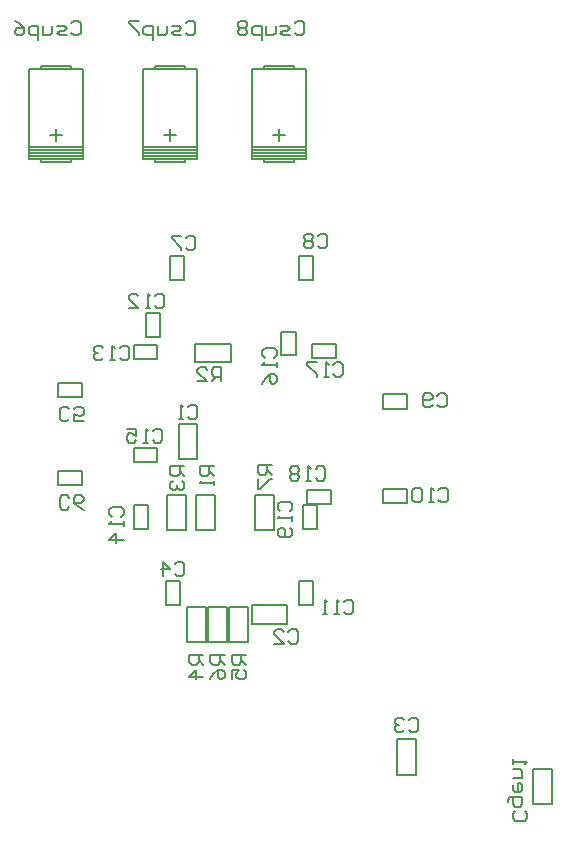
<source format=gbo>
%FSAX43Y43*%
%MOMM*%
G71*
G01*
G75*
G04 Layer_Color=32896*
%ADD10C,0.175*%
G04:AMPARAMS|DCode=11|XSize=0.8mm|YSize=1mm|CornerRadius=0.08mm|HoleSize=0mm|Usage=FLASHONLY|Rotation=180.000|XOffset=0mm|YOffset=0mm|HoleType=Round|Shape=RoundedRectangle|*
%AMROUNDEDRECTD11*
21,1,0.800,0.840,0,0,180.0*
21,1,0.640,1.000,0,0,180.0*
1,1,0.160,-0.320,0.420*
1,1,0.160,0.320,0.420*
1,1,0.160,0.320,-0.420*
1,1,0.160,-0.320,-0.420*
%
%ADD11ROUNDEDRECTD11*%
G04:AMPARAMS|DCode=12|XSize=0.8mm|YSize=1mm|CornerRadius=0.08mm|HoleSize=0mm|Usage=FLASHONLY|Rotation=90.000|XOffset=0mm|YOffset=0mm|HoleType=Round|Shape=RoundedRectangle|*
%AMROUNDEDRECTD12*
21,1,0.800,0.840,0,0,90.0*
21,1,0.640,1.000,0,0,90.0*
1,1,0.160,0.420,0.320*
1,1,0.160,0.420,-0.320*
1,1,0.160,-0.420,-0.320*
1,1,0.160,-0.420,0.320*
%
%ADD12ROUNDEDRECTD12*%
%ADD13R,0.762X2.540*%
%ADD14R,3.048X3.048*%
%ADD15O,6.000X2.100*%
%ADD16O,6.000X2.100*%
%ADD17O,1.270X0.762*%
%ADD18R,1.270X0.762*%
%ADD19R,2.108X1.270*%
G04:AMPARAMS|DCode=20|XSize=2.108mm|YSize=1.27mm|CornerRadius=0mm|HoleSize=0mm|Usage=FLASHONLY|Rotation=180.000|XOffset=0mm|YOffset=0mm|HoleType=Round|Shape=Octagon|*
%AMOCTAGOND20*
4,1,8,-1.054,0.318,-1.054,-0.318,-0.737,-0.635,0.737,-0.635,1.054,-0.318,1.054,0.318,0.737,0.635,-0.737,0.635,-1.054,0.318,0.0*
%
%ADD20OCTAGOND20*%

%ADD21R,4.300X4.300*%
%ADD22O,0.300X1.800*%
%ADD23O,1.800X0.300*%
%ADD24R,1.650X0.300*%
%ADD25C,0.254*%
%ADD26C,0.500*%
%ADD27C,1.000*%
%ADD28C,0.200*%
%ADD29C,0.400*%
%ADD30C,1.524*%
%ADD31C,0.300*%
%ADD32R,1.850X1.850*%
%ADD33C,1.850*%
%ADD34C,2.438*%
%ADD35C,1.575*%
%ADD36R,1.575X1.575*%
%ADD37R,1.000X1.000*%
%ADD38C,1.000*%
%ADD39C,1.200*%
%ADD40C,1.300*%
%ADD41C,0.800*%
%ADD42C,0.660*%
G04:AMPARAMS|DCode=43|XSize=0.4mm|YSize=0.6mm|CornerRadius=0.04mm|HoleSize=0mm|Usage=FLASHONLY|Rotation=90.000|XOffset=0mm|YOffset=0mm|HoleType=Round|Shape=RoundedRectangle|*
%AMROUNDEDRECTD43*
21,1,0.400,0.520,0,0,90.0*
21,1,0.320,0.600,0,0,90.0*
1,1,0.080,0.260,0.160*
1,1,0.080,0.260,-0.160*
1,1,0.080,-0.260,-0.160*
1,1,0.080,-0.260,0.160*
%
%ADD43ROUNDEDRECTD43*%
G04:AMPARAMS|DCode=44|XSize=0.4mm|YSize=0.6mm|CornerRadius=0.04mm|HoleSize=0mm|Usage=FLASHONLY|Rotation=180.000|XOffset=0mm|YOffset=0mm|HoleType=Round|Shape=RoundedRectangle|*
%AMROUNDEDRECTD44*
21,1,0.400,0.520,0,0,180.0*
21,1,0.320,0.600,0,0,180.0*
1,1,0.080,-0.160,0.260*
1,1,0.080,0.160,0.260*
1,1,0.080,0.160,-0.260*
1,1,0.080,-0.160,-0.260*
%
%ADD44ROUNDEDRECTD44*%
%ADD45C,0.250*%
%ADD46C,0.600*%
%ADD47C,0.203*%
%ADD48C,0.305*%
G04:AMPARAMS|DCode=49|XSize=1.003mm|YSize=1.203mm|CornerRadius=0.182mm|HoleSize=0mm|Usage=FLASHONLY|Rotation=180.000|XOffset=0mm|YOffset=0mm|HoleType=Round|Shape=RoundedRectangle|*
%AMROUNDEDRECTD49*
21,1,1.003,0.840,0,0,180.0*
21,1,0.640,1.203,0,0,180.0*
1,1,0.363,-0.320,0.420*
1,1,0.363,0.320,0.420*
1,1,0.363,0.320,-0.420*
1,1,0.363,-0.320,-0.420*
%
%ADD49ROUNDEDRECTD49*%
G04:AMPARAMS|DCode=50|XSize=1.003mm|YSize=1.203mm|CornerRadius=0.182mm|HoleSize=0mm|Usage=FLASHONLY|Rotation=90.000|XOffset=0mm|YOffset=0mm|HoleType=Round|Shape=RoundedRectangle|*
%AMROUNDEDRECTD50*
21,1,1.003,0.840,0,0,90.0*
21,1,0.640,1.203,0,0,90.0*
1,1,0.363,0.420,0.320*
1,1,0.363,0.420,-0.320*
1,1,0.363,-0.420,-0.320*
1,1,0.363,-0.420,0.320*
%
%ADD50ROUNDEDRECTD50*%
%ADD51R,0.965X2.743*%
%ADD52R,3.251X3.251*%
%ADD53O,6.203X2.303*%
%ADD54O,6.203X2.303*%
%ADD55O,1.473X0.965*%
%ADD56R,1.473X0.965*%
%ADD57R,2.311X1.473*%
G04:AMPARAMS|DCode=58|XSize=2.311mm|YSize=1.473mm|CornerRadius=0mm|HoleSize=0mm|Usage=FLASHONLY|Rotation=180.000|XOffset=0mm|YOffset=0mm|HoleType=Round|Shape=Octagon|*
%AMOCTAGOND58*
4,1,8,-1.156,0.368,-1.156,-0.368,-0.787,-0.737,0.787,-0.737,1.156,-0.368,1.156,0.368,0.787,0.737,-0.787,0.737,-1.156,0.368,0.0*
%
%ADD58OCTAGOND58*%

%ADD59R,4.503X4.503*%
%ADD60O,0.503X2.003*%
%ADD61O,2.003X0.503*%
%ADD62R,1.853X0.503*%
%ADD63R,2.053X2.053*%
%ADD64C,2.053*%
%ADD65C,2.642*%
%ADD66C,1.778*%
%ADD67R,1.778X1.778*%
%ADD68R,1.203X1.203*%
%ADD69C,1.203*%
%ADD70C,1.403*%
%ADD71C,1.503*%
%ADD72C,1.003*%
G04:AMPARAMS|DCode=73|XSize=0.603mm|YSize=0.803mm|CornerRadius=0.142mm|HoleSize=0mm|Usage=FLASHONLY|Rotation=90.000|XOffset=0mm|YOffset=0mm|HoleType=Round|Shape=RoundedRectangle|*
%AMROUNDEDRECTD73*
21,1,0.603,0.520,0,0,90.0*
21,1,0.320,0.803,0,0,90.0*
1,1,0.283,0.260,0.160*
1,1,0.283,0.260,-0.160*
1,1,0.283,-0.260,-0.160*
1,1,0.283,-0.260,0.160*
%
%ADD73ROUNDEDRECTD73*%
G04:AMPARAMS|DCode=74|XSize=0.603mm|YSize=0.803mm|CornerRadius=0.142mm|HoleSize=0mm|Usage=FLASHONLY|Rotation=180.000|XOffset=0mm|YOffset=0mm|HoleType=Round|Shape=RoundedRectangle|*
%AMROUNDEDRECTD74*
21,1,0.603,0.520,0,0,180.0*
21,1,0.320,0.803,0,0,180.0*
1,1,0.283,-0.160,0.260*
1,1,0.283,0.160,0.260*
1,1,0.283,0.160,-0.260*
1,1,0.283,-0.160,-0.260*
%
%ADD74ROUNDEDRECTD74*%
%ADD75C,0.863*%
D28*
X0073200Y0076600D02*
Y0079600D01*
Y0076600D02*
X0074800D01*
Y0079600D01*
X0073200D02*
X0074800D01*
X0082300Y0076600D02*
Y0079600D01*
X0080700D02*
X0082300D01*
X0080700Y0076600D02*
Y0079600D01*
Y0076600D02*
X0082300D01*
X0075700Y0076600D02*
Y0079600D01*
Y0076600D02*
X0077300D01*
Y0079600D01*
X0075700D02*
X0077300D01*
X0075600Y0090800D02*
X0078600D01*
Y0092400D01*
X0075600D02*
X0078600D01*
X0075600Y0090800D02*
Y0092400D01*
X0084700Y0076700D02*
X0085900D01*
X0084700D02*
Y0078700D01*
X0085900Y0076700D02*
Y0078700D01*
X0084700D02*
X0085900D01*
X0084400Y0072300D02*
X0085600D01*
Y0070300D02*
Y0072300D01*
X0084400Y0070300D02*
Y0072300D01*
Y0070300D02*
X0085600D01*
X0087100Y0078800D02*
Y0080000D01*
X0085100Y0078800D02*
X0087100D01*
X0085100Y0080000D02*
X0087100D01*
X0085100Y0078800D02*
Y0080000D01*
X0091500Y0078900D02*
Y0080100D01*
X0093500D01*
X0091500Y0078900D02*
X0093500D01*
Y0080100D01*
X0087500Y0091200D02*
Y0092400D01*
X0085500Y0091200D02*
X0087500D01*
X0085500Y0092400D02*
X0087500D01*
X0085500Y0091200D02*
Y0092400D01*
X0091500Y0086900D02*
Y0088100D01*
X0093500D01*
X0091500Y0086900D02*
X0093500D01*
Y0088100D01*
X0082900Y0093400D02*
X0084100D01*
Y0091400D02*
Y0093400D01*
X0082900Y0091400D02*
Y0093400D01*
Y0091400D02*
X0084100D01*
X0084400Y0097800D02*
X0085600D01*
X0084400D02*
Y0099800D01*
X0085600Y0097800D02*
Y0099800D01*
X0084400D02*
X0085600D01*
X0070400Y0082400D02*
Y0083600D01*
X0072400D01*
X0070400Y0082400D02*
X0072400D01*
Y0083600D01*
X0073500Y0097800D02*
X0074700D01*
X0073500D02*
Y0099800D01*
X0074700Y0097800D02*
Y0099800D01*
X0073500D02*
X0074700D01*
X0070400Y0076700D02*
X0071600D01*
X0070400D02*
Y0078700D01*
X0071600Y0076700D02*
Y0078700D01*
X0070400D02*
X0071600D01*
X0066000Y0080400D02*
Y0081600D01*
X0064000Y0080400D02*
X0066000D01*
X0064000Y0081600D02*
X0066000D01*
X0064000Y0080400D02*
Y0081600D01*
X0070400Y0091100D02*
Y0092300D01*
X0072400D01*
X0070400Y0091100D02*
X0072400D01*
Y0092300D01*
X0066000Y0087900D02*
Y0089100D01*
X0064000Y0087900D02*
X0066000D01*
X0064000Y0089100D02*
X0066000D01*
X0064000Y0087900D02*
Y0089100D01*
X0071400Y0093000D02*
X0072600D01*
X0071400D02*
Y0095000D01*
X0072600Y0093000D02*
Y0095000D01*
X0071400D02*
X0072600D01*
X0073100Y0072300D02*
X0074300D01*
Y0070300D02*
Y0072300D01*
X0073100Y0070300D02*
Y0072300D01*
Y0070300D02*
X0074300D01*
X0078300Y0067100D02*
Y0070100D01*
X0076700D02*
X0078300D01*
X0076700Y0067100D02*
Y0070100D01*
Y0067100D02*
X0078300D01*
X0080100Y0067100D02*
Y0070100D01*
X0078500D02*
X0080100D01*
X0078500Y0067100D02*
Y0070100D01*
Y0067100D02*
X0080100D01*
X0076500Y0067100D02*
Y0070100D01*
X0074900D02*
X0076500D01*
X0074900Y0067100D02*
Y0070100D01*
Y0067100D02*
X0076500D01*
X0074200Y0082600D02*
Y0085600D01*
Y0082600D02*
X0075800D01*
Y0085600D01*
X0074200D02*
X0075800D01*
X0104200Y0053400D02*
Y0056400D01*
Y0053400D02*
X0105800D01*
Y0056400D01*
X0104200D02*
X0105800D01*
X0080400Y0070300D02*
X0083400D01*
X0080400Y0068700D02*
Y0070300D01*
Y0068700D02*
X0083400D01*
Y0070300D01*
X0094300Y0055900D02*
Y0058900D01*
X0092700D02*
X0094300D01*
X0092700Y0055900D02*
Y0058900D01*
Y0055900D02*
X0094300D01*
X0075000Y0087000D02*
X0075200Y0087200D01*
X0075600D01*
X0075800Y0087000D01*
Y0086200D01*
X0075600Y0086000D01*
X0075200D01*
X0075000Y0086200D01*
X0074600Y0086000D02*
X0074201D01*
X0074400D01*
Y0087200D01*
X0074600Y0087000D01*
X0083500Y0068000D02*
X0083700Y0068200D01*
X0084100D01*
X0084300Y0068000D01*
Y0067200D01*
X0084100Y0067000D01*
X0083700D01*
X0083500Y0067200D01*
X0082301Y0067000D02*
X0083100D01*
X0082301Y0067800D01*
Y0068000D01*
X0082501Y0068200D01*
X0082900D01*
X0083100Y0068000D01*
X0093700Y0060500D02*
X0093900Y0060700D01*
X0094300D01*
X0094500Y0060500D01*
Y0059700D01*
X0094300Y0059500D01*
X0093900D01*
X0093700Y0059700D01*
X0093300Y0060500D02*
X0093100Y0060700D01*
X0092701D01*
X0092501Y0060500D01*
Y0060300D01*
X0092701Y0060100D01*
X0092901D01*
X0092701D01*
X0092501Y0059900D01*
Y0059700D01*
X0092701Y0059500D01*
X0093100D01*
X0093300Y0059700D01*
X0073900Y0073700D02*
X0074100Y0073900D01*
X0074500D01*
X0074700Y0073700D01*
Y0072900D01*
X0074500Y0072700D01*
X0074100D01*
X0073900Y0072900D01*
X0072901Y0072700D02*
Y0073900D01*
X0073500Y0073300D01*
X0072701D01*
X0072200Y0096400D02*
X0072400Y0096600D01*
X0072800D01*
X0073000Y0096400D01*
Y0095600D01*
X0072800Y0095400D01*
X0072400D01*
X0072200Y0095600D01*
X0071800Y0095400D02*
X0071401D01*
X0071600D01*
Y0096600D01*
X0071800Y0096400D01*
X0070001Y0095400D02*
X0070801D01*
X0070001Y0096200D01*
Y0096400D01*
X0070201Y0096600D01*
X0070601D01*
X0070801Y0096400D01*
X0064957Y0086040D02*
X0064757Y0085840D01*
X0064357D01*
X0064157Y0086040D01*
Y0086840D01*
X0064357Y0087039D01*
X0064757D01*
X0064957Y0086840D01*
X0066156Y0085840D02*
X0065357D01*
Y0086440D01*
X0065757Y0086240D01*
X0065957D01*
X0066156Y0086440D01*
Y0086840D01*
X0065957Y0087039D01*
X0065557D01*
X0065357Y0086840D01*
X0069200Y0092000D02*
X0069400Y0092200D01*
X0069800D01*
X0070000Y0092000D01*
Y0091200D01*
X0069800Y0091000D01*
X0069400D01*
X0069200Y0091200D01*
X0068800Y0091000D02*
X0068401D01*
X0068600D01*
Y0092200D01*
X0068800Y0092000D01*
X0067801D02*
X0067601Y0092200D01*
X0067201D01*
X0067001Y0092000D01*
Y0091800D01*
X0067201Y0091600D01*
X0067401D01*
X0067201D01*
X0067001Y0091400D01*
Y0091200D01*
X0067201Y0091000D01*
X0067601D01*
X0067801Y0091200D01*
X0064957Y0078540D02*
X0064757Y0078340D01*
X0064357D01*
X0064157Y0078540D01*
Y0079340D01*
X0064357Y0079539D01*
X0064757D01*
X0064957Y0079340D01*
X0066156Y0078340D02*
X0065757Y0078540D01*
X0065357Y0078940D01*
Y0079340D01*
X0065557Y0079539D01*
X0065957D01*
X0066156Y0079340D01*
Y0079140D01*
X0065957Y0078940D01*
X0065357D01*
X0068540Y0077743D02*
X0068340Y0077943D01*
Y0078343D01*
X0068540Y0078543D01*
X0069340D01*
X0069539Y0078343D01*
Y0077943D01*
X0069340Y0077743D01*
X0069539Y0077343D02*
Y0076943D01*
Y0077143D01*
X0068340D01*
X0068540Y0077343D01*
X0069539Y0075744D02*
X0068340D01*
X0068940Y0076344D01*
Y0075544D01*
X0074800Y0101300D02*
X0075000Y0101500D01*
X0075400D01*
X0075600Y0101300D01*
Y0100500D01*
X0075400Y0100300D01*
X0075000D01*
X0074800Y0100500D01*
X0074400Y0101500D02*
X0073601D01*
Y0101300D01*
X0074400Y0100500D01*
Y0100300D01*
X0072000Y0085000D02*
X0072200Y0085200D01*
X0072600D01*
X0072800Y0085000D01*
Y0084200D01*
X0072600Y0084000D01*
X0072200D01*
X0072000Y0084200D01*
X0071600Y0084000D02*
X0071201D01*
X0071400D01*
Y0085200D01*
X0071600Y0085000D01*
X0069801Y0085200D02*
X0070601D01*
Y0084600D01*
X0070201Y0084800D01*
X0070001D01*
X0069801Y0084600D01*
Y0084200D01*
X0070001Y0084000D01*
X0070401D01*
X0070601Y0084200D01*
X0086000Y0101500D02*
X0086200Y0101700D01*
X0086600D01*
X0086800Y0101500D01*
Y0100700D01*
X0086600Y0100500D01*
X0086200D01*
X0086000Y0100700D01*
X0085600Y0101500D02*
X0085400Y0101700D01*
X0085001D01*
X0084801Y0101500D01*
Y0101300D01*
X0085001Y0101100D01*
X0084801Y0100900D01*
Y0100700D01*
X0085001Y0100500D01*
X0085400D01*
X0085600Y0100700D01*
Y0100900D01*
X0085400Y0101100D01*
X0085600Y0101300D01*
Y0101500D01*
X0085400Y0101100D02*
X0085001D01*
X0081500Y0091200D02*
X0081300Y0091400D01*
Y0091800D01*
X0081500Y0092000D01*
X0082300D01*
X0082500Y0091800D01*
Y0091400D01*
X0082300Y0091200D01*
X0082500Y0090800D02*
Y0090401D01*
Y0090600D01*
X0081300D01*
X0081500Y0090800D01*
X0081300Y0089001D02*
X0081500Y0089401D01*
X0081900Y0089801D01*
X0082300D01*
X0082500Y0089601D01*
Y0089201D01*
X0082300Y0089001D01*
X0082100D01*
X0081900Y0089201D01*
Y0089801D01*
X0096100Y0088000D02*
X0096300Y0088200D01*
X0096700D01*
X0096900Y0088000D01*
Y0087200D01*
X0096700Y0087000D01*
X0096300D01*
X0096100Y0087200D01*
X0095700D02*
X0095500Y0087000D01*
X0095101D01*
X0094901Y0087200D01*
Y0088000D01*
X0095101Y0088200D01*
X0095500D01*
X0095700Y0088000D01*
Y0087800D01*
X0095500Y0087600D01*
X0094901D01*
X0087300Y0090600D02*
X0087500Y0090800D01*
X0087900D01*
X0088100Y0090600D01*
Y0089800D01*
X0087900Y0089600D01*
X0087500D01*
X0087300Y0089800D01*
X0086900Y0089600D02*
X0086501D01*
X0086700D01*
Y0090800D01*
X0086900Y0090600D01*
X0085901Y0090800D02*
X0085101D01*
Y0090600D01*
X0085901Y0089800D01*
Y0089600D01*
X0096200Y0080000D02*
X0096400Y0080200D01*
X0096800D01*
X0097000Y0080000D01*
Y0079200D01*
X0096800Y0079000D01*
X0096400D01*
X0096200Y0079200D01*
X0095800Y0079000D02*
X0095401D01*
X0095600D01*
Y0080200D01*
X0095800Y0080000D01*
X0094801D02*
X0094601Y0080200D01*
X0094201D01*
X0094001Y0080000D01*
Y0079200D01*
X0094201Y0079000D01*
X0094601D01*
X0094801Y0079200D01*
Y0080000D01*
X0085800Y0081800D02*
X0086000Y0082000D01*
X0086400D01*
X0086600Y0081800D01*
Y0081000D01*
X0086400Y0080800D01*
X0086000D01*
X0085800Y0081000D01*
X0085400Y0080800D02*
X0085001D01*
X0085200D01*
Y0082000D01*
X0085400Y0081800D01*
X0084401D02*
X0084201Y0082000D01*
X0083801D01*
X0083601Y0081800D01*
Y0081600D01*
X0083801Y0081400D01*
X0083601Y0081200D01*
Y0081000D01*
X0083801Y0080800D01*
X0084201D01*
X0084401Y0081000D01*
Y0081200D01*
X0084201Y0081400D01*
X0084401Y0081600D01*
Y0081800D01*
X0084201Y0081400D02*
X0083801D01*
X0088200Y0070500D02*
X0088400Y0070700D01*
X0088800D01*
X0089000Y0070500D01*
Y0069700D01*
X0088800Y0069500D01*
X0088400D01*
X0088200Y0069700D01*
X0087800Y0069500D02*
X0087401D01*
X0087600D01*
Y0070700D01*
X0087800Y0070500D01*
X0086801Y0069500D02*
X0086401D01*
X0086601D01*
Y0070700D01*
X0086801Y0070500D01*
X0082800Y0078200D02*
X0082600Y0078400D01*
Y0078800D01*
X0082800Y0079000D01*
X0083600D01*
X0083800Y0078800D01*
Y0078400D01*
X0083600Y0078200D01*
X0083800Y0077800D02*
Y0077401D01*
Y0077600D01*
X0082600D01*
X0082800Y0077800D01*
X0083600Y0076801D02*
X0083800Y0076601D01*
Y0076201D01*
X0083600Y0076001D01*
X0082800D01*
X0082600Y0076201D01*
Y0076601D01*
X0082800Y0076801D01*
X0083000D01*
X0083200Y0076601D01*
Y0076001D01*
X0103500Y0052800D02*
X0103700Y0052600D01*
Y0052200D01*
X0103500Y0052000D01*
X0102700D01*
X0102500Y0052200D01*
Y0052600D01*
X0102700Y0052800D01*
X0102100Y0053599D02*
Y0053799D01*
X0102300Y0053999D01*
X0103300D01*
Y0053400D01*
X0103100Y0053200D01*
X0102700D01*
X0102500Y0053400D01*
Y0053999D01*
Y0054999D02*
Y0054599D01*
X0102700Y0054399D01*
X0103100D01*
X0103300Y0054599D01*
Y0054999D01*
X0103100Y0055199D01*
X0102900D01*
Y0054399D01*
X0102500Y0055599D02*
X0103300D01*
Y0056199D01*
X0103100Y0056399D01*
X0102500D01*
Y0056798D02*
Y0057198D01*
Y0056998D01*
X0103700D01*
X0103500Y0056798D01*
X0065121Y0119503D02*
X0065321Y0119703D01*
X0065721D01*
X0065921Y0119503D01*
Y0118703D01*
X0065721Y0118503D01*
X0065321D01*
X0065121Y0118703D01*
X0064721Y0118503D02*
X0064121D01*
X0063922Y0118703D01*
X0064121Y0118903D01*
X0064521D01*
X0064721Y0119103D01*
X0064521Y0119303D01*
X0063922D01*
X0063522D02*
Y0118703D01*
X0063322Y0118503D01*
X0062722D01*
Y0119303D01*
X0062322Y0118103D02*
Y0119303D01*
X0061722D01*
X0061522Y0119103D01*
Y0118703D01*
X0061722Y0118503D01*
X0062322D01*
X0060323Y0119703D02*
X0060723Y0119503D01*
X0061122Y0119103D01*
Y0118703D01*
X0060923Y0118503D01*
X0060523D01*
X0060323Y0118703D01*
Y0118903D01*
X0060523Y0119103D01*
X0061122D01*
X0074821Y0119503D02*
X0075021Y0119703D01*
X0075421D01*
X0075621Y0119503D01*
Y0118703D01*
X0075421Y0118503D01*
X0075021D01*
X0074821Y0118703D01*
X0074421Y0118503D02*
X0073821D01*
X0073622Y0118703D01*
X0073821Y0118903D01*
X0074221D01*
X0074421Y0119103D01*
X0074221Y0119303D01*
X0073622D01*
X0073222D02*
Y0118703D01*
X0073022Y0118503D01*
X0072422D01*
Y0119303D01*
X0072022Y0118103D02*
Y0119303D01*
X0071422D01*
X0071222Y0119103D01*
Y0118703D01*
X0071422Y0118503D01*
X0072022D01*
X0070822Y0119703D02*
X0070023D01*
Y0119503D01*
X0070822Y0118703D01*
Y0118503D01*
X0084021Y0119503D02*
X0084221Y0119703D01*
X0084621D01*
X0084821Y0119503D01*
Y0118703D01*
X0084621Y0118503D01*
X0084221D01*
X0084021Y0118703D01*
X0083621Y0118503D02*
X0083021D01*
X0082822Y0118703D01*
X0083021Y0118903D01*
X0083421D01*
X0083621Y0119103D01*
X0083421Y0119303D01*
X0082822D01*
X0082422D02*
Y0118703D01*
X0082222Y0118503D01*
X0081622D01*
Y0119303D01*
X0081222Y0118103D02*
Y0119303D01*
X0080622D01*
X0080422Y0119103D01*
Y0118703D01*
X0080622Y0118503D01*
X0081222D01*
X0080022Y0119503D02*
X0079823Y0119703D01*
X0079423D01*
X0079223Y0119503D01*
Y0119303D01*
X0079423Y0119103D01*
X0079223Y0118903D01*
Y0118703D01*
X0079423Y0118503D01*
X0079823D01*
X0080022Y0118703D01*
Y0118903D01*
X0079823Y0119103D01*
X0080022Y0119303D01*
Y0119503D01*
X0079823Y0119103D02*
X0079423D01*
X0077800Y0089200D02*
Y0090400D01*
X0077200D01*
X0077000Y0090200D01*
Y0089800D01*
X0077200Y0089600D01*
X0077800D01*
X0077400D02*
X0077000Y0089200D01*
X0075801D02*
X0076600D01*
X0075801Y0090000D01*
Y0090200D01*
X0076001Y0090400D01*
X0076400D01*
X0076600Y0090200D01*
X0077200Y0082000D02*
X0076000D01*
Y0081400D01*
X0076200Y0081200D01*
X0076600D01*
X0076800Y0081400D01*
Y0082000D01*
Y0081600D02*
X0077200Y0081200D01*
Y0080800D02*
Y0080401D01*
Y0080600D01*
X0076000D01*
X0076200Y0080800D01*
X0082100Y0082100D02*
X0080900D01*
Y0081500D01*
X0081100Y0081300D01*
X0081500D01*
X0081700Y0081500D01*
Y0082100D01*
Y0081700D02*
X0082100Y0081300D01*
X0080900Y0080900D02*
Y0080101D01*
X0081100D01*
X0081900Y0080900D01*
X0082100D01*
X0074700Y0082000D02*
X0073500D01*
Y0081400D01*
X0073700Y0081200D01*
X0074100D01*
X0074300Y0081400D01*
Y0082000D01*
Y0081600D02*
X0074700Y0081200D01*
X0073700Y0080800D02*
X0073500Y0080600D01*
Y0080201D01*
X0073700Y0080001D01*
X0073900D01*
X0074100Y0080201D01*
Y0080401D01*
Y0080201D01*
X0074300Y0080001D01*
X0074500D01*
X0074700Y0080201D01*
Y0080600D01*
X0074500Y0080800D01*
X0076300Y0066000D02*
X0075100D01*
Y0065400D01*
X0075300Y0065200D01*
X0075700D01*
X0075900Y0065400D01*
Y0066000D01*
Y0065600D02*
X0076300Y0065200D01*
Y0064201D02*
X0075100D01*
X0075700Y0064800D01*
Y0064001D01*
X0079900Y0066000D02*
X0078700D01*
Y0065400D01*
X0078900Y0065200D01*
X0079300D01*
X0079500Y0065400D01*
Y0066000D01*
Y0065600D02*
X0079900Y0065200D01*
X0078700Y0064001D02*
Y0064800D01*
X0079300D01*
X0079100Y0064401D01*
Y0064201D01*
X0079300Y0064001D01*
X0079700D01*
X0079900Y0064201D01*
Y0064600D01*
X0079700Y0064800D01*
X0078100Y0066000D02*
X0076900D01*
Y0065400D01*
X0077100Y0065200D01*
X0077500D01*
X0077700Y0065400D01*
Y0066000D01*
Y0065600D02*
X0078100Y0065200D01*
X0076900Y0064001D02*
X0077100Y0064401D01*
X0077500Y0064800D01*
X0077900D01*
X0078100Y0064600D01*
Y0064201D01*
X0077900Y0064001D01*
X0077700D01*
X0077500Y0064201D01*
Y0064800D01*
D47*
X0061514Y0108000D02*
X0066086D01*
Y0115620D01*
X0061514D02*
X0066086D01*
X0061514Y0108000D02*
Y0115620D01*
X0065070Y0107746D02*
Y0108000D01*
X0062530Y0107746D02*
X0065070D01*
X0062530D02*
Y0108000D01*
Y0115620D02*
Y0115874D01*
X0065070D01*
Y0115620D02*
Y0115874D01*
X0061514Y0108254D02*
X0066086D01*
X0061514Y0108508D02*
X0066086D01*
X0061514Y0108762D02*
X0066086D01*
X0061514Y0109016D02*
X0066086D01*
X0063800Y0109524D02*
Y0110540D01*
X0063292Y0110032D02*
X0064308D01*
X0080414Y0108000D02*
X0084986D01*
Y0115620D01*
X0080414D02*
X0084986D01*
X0080414Y0108000D02*
Y0115620D01*
X0083970Y0107746D02*
Y0108000D01*
X0081430Y0107746D02*
X0083970D01*
X0081430D02*
Y0108000D01*
Y0115620D02*
Y0115874D01*
X0083970D01*
Y0115620D02*
Y0115874D01*
X0080414Y0108254D02*
X0084986D01*
X0080414Y0108508D02*
X0084986D01*
X0080414Y0108762D02*
X0084986D01*
X0080414Y0109016D02*
X0084986D01*
X0082700Y0109524D02*
Y0110540D01*
X0082192Y0110032D02*
X0083208D01*
X0071214Y0108000D02*
X0075786D01*
Y0115620D01*
X0071214D02*
X0075786D01*
X0071214Y0108000D02*
Y0115620D01*
X0074770Y0107746D02*
Y0108000D01*
X0072230Y0107746D02*
X0074770D01*
X0072230D02*
Y0108000D01*
Y0115620D02*
Y0115874D01*
X0074770D01*
Y0115620D02*
Y0115874D01*
X0071214Y0108254D02*
X0075786D01*
X0071214Y0108508D02*
X0075786D01*
X0071214Y0108762D02*
X0075786D01*
X0071214Y0109016D02*
X0075786D01*
X0073500Y0109524D02*
Y0110540D01*
X0072992Y0110032D02*
X0074008D01*
M02*

</source>
